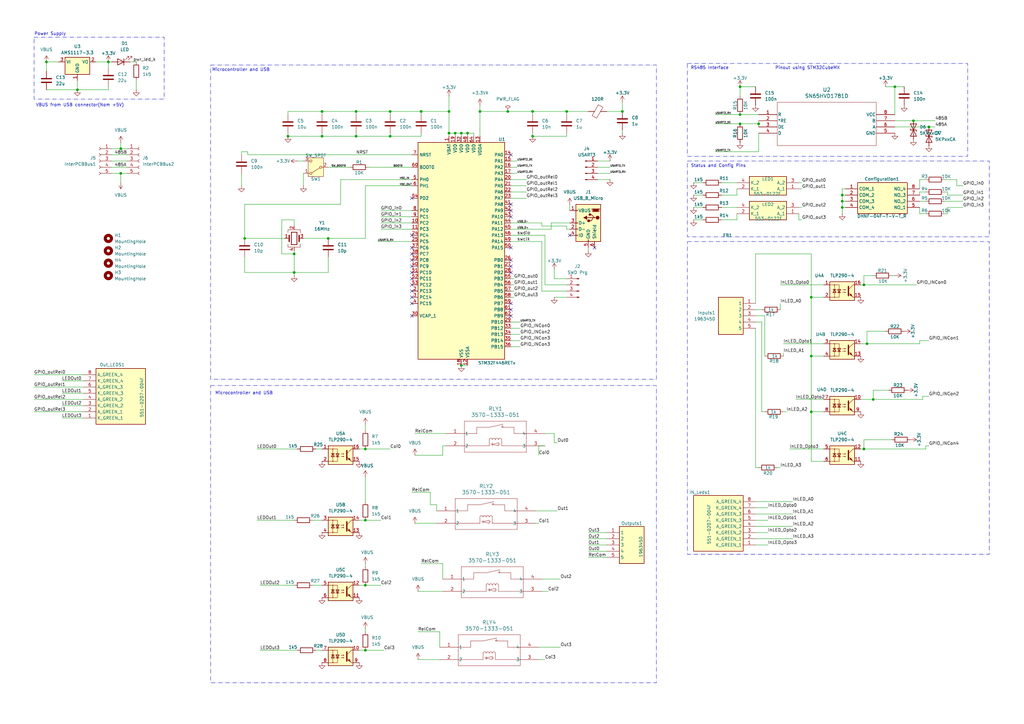
<source format=kicad_sch>
(kicad_sch (version 20250114) (generator "eeschema") (generator_version "9.0")
  (paper "A3")
  (title_block (title "CapiNetIO Prototype") (date "2025-12-23") (rev "0.1"))
  (rectangle (start 13.97 15.24) (end 67.31 40.64) (stroke (width 0) (type dash_dot)))
  (rectangle (start 86.36 26.67) (end 269.24 155.575) (stroke (width 0) (type dash_dot)))
  (rectangle (start 281.94 26.035) (end 396.875 64.135) (stroke (width 0) (type dash_dot)))
  (rectangle (start 86.36 158.115) (end 269.24 280.035) (stroke (width 0) (type dash_dot)))
  (rectangle (start 281.94 66.04) (end 405.765 97.155) (stroke (width 0) (type dash_dot)))
  (rectangle (start 281.94 99.06) (end 405.765 227.33) (stroke (width 0) (type dash_dot)))
  (text "Microcontroller and USB" (at 98.806 28.702 0) (effects (font (size 1.27 1.27))))
  (text "Power Supply" (at 20.574 13.97 0) (effects (font (size 1.27 1.27))))
  (text "VBUS from USB connector(Nom +5V) " (at 33.274 43.18 0) (effects (font (size 1.27 1.27))))
  (text "Pinout using STM32CubeMX" (at 331.216 27.94 0) (effects (font (size 1.27 1.27))))
  (text "Status and Config Pins" (at 294.64 68.072 0) (effects (font (size 1.27 1.27))))
  (text "Microcontroller and USB" (at 100.076 161.29 0) (effects (font (size 1.27 1.27))))
  (text "RS485 Interface" (at 291.084 27.94 0) (effects (font (size 1.27 1.27))))
  (junction (at 374.65 49.53))
  (junction (at 160.02 55.88))
  (junction (at 149.86 266.7))
  (junction (at 303.53 50.8))
  (junction (at 355.6 140.97))
  (junction (at 218.44 45.72))
  (junction (at 358.14 163.83))
  (junction (at 120.65 104.14))
  (junction (at 172.72 45.72))
  (junction (at 367.03 35.56))
  (junction (at 149.86 240.03))
  (junction (at 311.15 50.8))
  (junction (at 255.27 45.72))
  (junction (at 44.45 25.4))
  (junction (at 303.53 35.56))
  (junction (at 146.05 45.72))
  (junction (at 345.44 80.01))
  (junction (at 354.33 184.15))
  (junction (at 132.08 45.72))
  (junction (at 345.44 82.55))
  (junction (at 232.41 45.72))
  (junction (at 354.33 116.84))
  (junction (at 208.28 45.72))
  (junction (at 189.23 149.86))
  (junction (at 132.08 55.88))
  (junction (at 19.05 25.4))
  (junction (at 184.15 45.72))
  (junction (at 49.53 60.96))
  (junction (at 218.44 55.88))
  (junction (at 149.86 184.15))
  (junction (at 184.15 54.61))
  (junction (at 134.62 97.79))
  (junction (at 332.74 146.05))
  (junction (at 120.65 111.76))
  (junction (at 345.44 85.09))
  (junction (at 160.02 45.72))
  (junction (at 303.53 46.99))
  (junction (at 332.74 121.92))
  (junction (at 149.86 213.36))
  (junction (at 332.74 168.91))
  (junction (at 189.23 54.61))
  (junction (at 196.85 45.72))
  (junction (at 100.33 97.79))
  (junction (at 31.75 36.83))
  (junction (at 186.69 54.61))
  (junction (at 49.53 71.12))
  (junction (at 146.05 55.88))
  (junction (at 118.11 55.88))
  (junction (at 191.77 54.61))
  (junction (at 381 52.07))
  (no_connect (at 209.55 127))
  (no_connect (at 209.55 86.36))
  (no_connect (at 168.91 96.52))
  (no_connect (at 168.91 116.84))
  (no_connect (at 233.68 96.52))
  (no_connect (at 168.91 114.3))
  (no_connect (at 168.91 101.6))
  (no_connect (at 209.55 129.54))
  (no_connect (at 168.91 109.22))
  (no_connect (at 168.91 129.54))
  (no_connect (at 168.91 111.76))
  (no_connect (at 209.55 111.76))
  (no_connect (at 168.91 119.38))
  (no_connect (at 209.55 63.5))
  (no_connect (at 209.55 101.6))
  (no_connect (at 209.55 106.68))
  (no_connect (at 168.91 104.14))
  (no_connect (at 209.55 83.82))
  (no_connect (at 168.91 121.92))
  (no_connect (at 209.55 88.9))
  (no_connect (at 209.55 124.46))
  (no_connect (at 168.91 81.28))
  (no_connect (at 168.91 106.68))
  (no_connect (at 209.55 109.22))
  (no_connect (at 168.91 124.46))
  (no_connect (at 243.84 101.6))
  (wire (pts (xy 24.13 25.4) (xy 19.05 25.4)))
  (wire (pts (xy 120.65 111.76) (xy 120.65 113.03)))
  (wire (pts (xy 388.62 80.01) (xy 394.97 80.01)))
  (wire (pts (xy 309.88 205.74) (xy 325.12 205.74)))
  (wire (pts (xy 19.05 36.83) (xy 31.75 36.83)))
  (wire (pts (xy 171.45 259.08) (xy 180.34 259.08)))
  (wire (pts (xy 388.62 87.63) (xy 388.62 85.09)))
  (wire (pts (xy 45.72 68.58) (xy 52.07 68.58)))
  (wire (pts (xy 379.73 182.88) (xy 379.73 184.15)))
  (wire (pts (xy 196.85 43.18) (xy 196.85 45.72)))
  (wire (pts (xy 100.33 83.82) (xy 100.33 97.79)))
  (wire (pts (xy 309.88 104.14) (xy 309.88 124.46)))
  (wire (pts (xy 53.34 25.4) (xy 55.88 25.4)))
  (wire (pts (xy 321.31 144.78) (xy 321.31 146.05)))
  (wire (pts (xy 101.6 63.5) (xy 168.91 63.5)))
  (wire (pts (xy 115.57 90.17) (xy 115.57 104.14)))
  (wire (pts (xy 105.41 184.15) (xy 121.92 184.15)))
  (wire (pts (xy 233.68 83.82) (xy 233.68 86.36)))
  (wire (pts (xy 25.4 171.45) (xy 34.29 171.45)))
  (wire (pts (xy 309.88 223.52) (xy 314.96 223.52)))
  (wire (pts (xy 367.03 52.07) (xy 381 52.07)))
  (wire (pts (xy 222.25 99.06) (xy 222.25 119.38)))
  (wire (pts (xy 218.44 55.88) (xy 232.41 55.88)))
  (wire (pts (xy 309.88 134.62) (xy 309.88 191.77)))
  (wire (pts (xy 255.27 45.72) (xy 248.92 45.72)))
  (wire (pts (xy 115.57 104.14) (xy 120.65 104.14)))
  (wire (pts (xy 219.71 209.55) (xy 228.6 209.55)))
  (wire (pts (xy 309.88 208.28) (xy 314.96 208.28)))
  (wire (pts (xy 295.91 85.09) (xy 302.26 85.09)))
  (wire (pts (xy 49.53 58.42) (xy 49.53 60.96)))
  (wire (pts (xy 233.68 93.98) (xy 232.41 93.98)))
  (wire (pts (xy 149.86 213.36) (xy 156.21 213.36)))
  (wire (pts (xy 156.21 93.98) (xy 168.91 93.98)))
  (wire (pts (xy 332.74 168.91) (xy 332.74 146.05)))
  (wire (pts (xy 332.74 189.23) (xy 332.74 168.91)))
  (wire (pts (xy 220.98 265.43) (xy 229.87 265.43)))
  (wire (pts (xy 311.15 54.61) (xy 311.15 62.23)))
  (wire (pts (xy 220.98 270.51) (xy 223.52 270.51)))
  (wire (pts (xy 209.55 73.66) (xy 215.9 73.66)))
  (wire (pts (xy 139.7 83.82) (xy 100.33 83.82)))
  (wire (pts (xy 232.41 55.88) (xy 232.41 54.61)))
  (wire (pts (xy 309.88 191.77) (xy 311.15 191.77)))
  (wire (pts (xy 134.62 111.76) (xy 120.65 111.76)))
  (wire (pts (xy 149.86 76.2) (xy 168.91 76.2)))
  (wire (pts (xy 355.6 140.97) (xy 377.19 140.97)))
  (wire (pts (xy 327.66 85.09) (xy 328.93 85.09)))
  (wire (pts (xy 149.86 266.7) (xy 157.48 266.7)))
  (wire (pts (xy 100.33 97.79) (xy 116.84 97.79)))
  (wire (pts (xy 303.53 46.99) (xy 311.15 46.99)))
  (wire (pts (xy 309.88 210.82) (xy 325.12 210.82)))
  (wire (pts (xy 120.65 90.17) (xy 115.57 90.17)))
  (wire (pts (xy 118.11 45.72) (xy 118.11 46.99)))
  (wire (pts (xy 149.86 184.15) (xy 160.02 184.15)))
  (wire (pts (xy 191.77 54.61) (xy 191.77 55.88)))
  (wire (pts (xy 227.33 121.92) (xy 232.41 121.92)))
  (wire (pts (xy 303.53 50.8) (xy 311.15 50.8)))
  (wire (pts (xy 132.08 46.99) (xy 132.08 45.72)))
  (wire (pts (xy 255.27 41.91) (xy 255.27 45.72)))
  (wire (pts (xy 309.88 104.14) (xy 332.74 104.14)))
  (wire (pts (xy 160.02 45.72) (xy 172.72 45.72)))
  (wire (pts (xy 45.72 25.4) (xy 44.45 25.4)))
  (wire (pts (xy 223.52 116.84) (xy 232.41 116.84)))
  (wire (pts (xy 151.13 68.58) (xy 168.91 68.58)))
  (wire (pts (xy 156.21 88.9) (xy 168.91 88.9)))
  (wire (pts (xy 99.06 62.23) (xy 99.06 63.5)))
  (wire (pts (xy 309.88 132.08) (xy 312.42 132.08)))
  (wire (pts (xy 223.52 182.88) (xy 220.98 182.88)))
  (wire (pts (xy 181.61 231.14) (xy 181.61 237.49)))
  (wire (pts (xy 321.31 140.97) (xy 337.82 140.97)))
  (wire (pts (xy 160.02 55.88) (xy 160.02 54.61)))
  (wire (pts (xy 320.04 116.84) (xy 337.82 116.84)))
  (wire (pts (xy 134.62 68.58) (xy 143.51 68.58)))
  (wire (pts (xy 149.86 231.14) (xy 149.86 232.41)))
  (wire (pts (xy 129.54 266.7) (xy 132.08 266.7)))
  (wire (pts (xy 209.55 78.74) (xy 215.9 78.74)))
  (wire (pts (xy 170.18 214.63) (xy 179.07 214.63)))
  (wire (pts (xy 322.58 168.91) (xy 321.31 168.91)))
  (wire (pts (xy 189.23 54.61) (xy 189.23 55.88)))
  (wire (pts (xy 295.91 80.01) (xy 302.26 80.01)))
  (wire (pts (xy 295.91 74.93) (xy 302.26 74.93)))
  (wire (pts (xy 377.19 82.55) (xy 379.73 82.55)))
  (wire (pts (xy 377.19 78.74) (xy 377.19 80.01)))
  (wire (pts (xy 320.04 124.46) (xy 320.04 127)))
  (wire (pts (xy 209.55 134.62) (xy 213.36 134.62)))
  (wire (pts (xy 327.66 87.63) (xy 327.66 90.17)))
  (wire (pts (xy 149.86 195.58) (xy 149.86 205.74)))
  (wire (pts (xy 379.73 182.88) (xy 381 182.88)))
  (wire (pts (xy 176.53 207.01) (xy 176.53 201.93)))
  (wire (pts (xy 355.6 135.89) (xy 355.6 140.97)))
  (wire (pts (xy 101.6 62.23) (xy 101.6 63.5)))
  (wire (pts (xy 303.53 35.56) (xy 309.88 35.56)))
  (wire (pts (xy 184.15 45.72) (xy 184.15 54.61)))
  (wire (pts (xy 353.06 184.15) (xy 354.33 184.15)))
  (wire (pts (xy 255.27 54.61) (xy 255.27 53.34)))
  (wire (pts (xy 147.32 184.15) (xy 149.86 184.15)))
  (wire (pts (xy 227.33 181.61) (xy 228.6 181.61)))
  (wire (pts (xy 378.46 162.56) (xy 378.46 163.83)))
  (wire (pts (xy 149.86 257.81) (xy 149.86 259.08)))
  (wire (pts (xy 332.74 104.14) (xy 332.74 121.92)))
  (wire (pts (xy 332.74 121.92) (xy 332.74 146.05)))
  (wire (pts (xy 156.21 86.36) (xy 168.91 86.36)))
  (wire (pts (xy 189.23 54.61) (xy 191.77 54.61)))
  (wire (pts (xy 363.22 35.56) (xy 367.03 35.56)))
  (wire (pts (xy 222.25 119.38) (xy 232.41 119.38)))
  (wire (pts (xy 186.69 55.88) (xy 186.69 54.61)))
  (wire (pts (xy 147.32 266.7) (xy 149.86 266.7)))
  (wire (pts (xy 302.26 87.63) (xy 302.26 90.17)))
  (wire (pts (xy 176.53 207.01) (xy 179.07 207.01)))
  (wire (pts (xy 209.55 76.2) (xy 215.9 76.2)))
  (wire (pts (xy 327.66 74.93) (xy 328.93 74.93)))
  (wire (pts (xy 232.41 46.99) (xy 232.41 45.72)))
  (wire (pts (xy 354.33 180.34) (xy 354.33 184.15)))
  (wire (pts (xy 149.86 97.79) (xy 149.86 76.2)))
  (wire (pts (xy 209.55 91.44) (xy 222.25 91.44)))
  (wire (pts (xy 191.77 54.61) (xy 194.31 54.61)))
  (wire (pts (xy 13.97 168.91) (xy 34.29 168.91)))
  (wire (pts (xy 327.66 77.47) (xy 328.93 77.47)))
  (wire (pts (xy 353.06 116.84) (xy 354.33 116.84)))
  (wire (pts (xy 184.15 54.61) (xy 184.15 55.88)))
  (wire (pts (xy 387.35 78.74) (xy 388.62 78.74)))
  (wire (pts (xy 332.74 189.23) (xy 337.82 189.23)))
  (wire (pts (xy 31.75 36.83) (xy 44.45 36.83)))
  (wire (pts (xy 160.02 55.88) (xy 172.72 55.88)))
  (wire (pts (xy 358.14 160.02) (xy 358.14 163.83)))
  (wire (pts (xy 250.19 66.04) (xy 245.11 66.04)))
  (wire (pts (xy 134.62 97.79) (xy 149.86 97.79)))
  (wire (pts (xy 388.62 85.09) (xy 394.97 85.09)))
  (wire (pts (xy 232.41 45.72) (xy 241.3 45.72)))
  (wire (pts (xy 184.15 54.61) (xy 186.69 54.61)))
  (wire (pts (xy 156.21 91.44) (xy 168.91 91.44)))
  (wire (pts (xy 295.91 90.17) (xy 302.26 90.17)))
  (wire (pts (xy 312.42 132.08) (xy 312.42 168.91)))
  (wire (pts (xy 332.74 121.92) (xy 337.82 121.92)))
  (wire (pts (xy 172.72 54.61) (xy 172.72 55.88)))
  (wire (pts (xy 149.86 173.99) (xy 149.86 176.53)))
  (wire (pts (xy 139.7 73.66) (xy 139.7 83.82)))
  (wire (pts (xy 323.85 184.15) (xy 337.82 184.15)))
  (wire (pts (xy 309.88 129.54) (xy 313.69 129.54)))
  (wire (pts (xy 293.37 50.8) (xy 303.53 50.8)))
  (wire (pts (xy 226.06 93.98) (xy 226.06 91.44)))
  (wire (pts (xy 332.74 168.91) (xy 337.82 168.91)))
  (wire (pts (xy 168.91 201.93) (xy 176.53 201.93)))
  (wire (pts (xy 180.34 265.43) (xy 180.34 259.08)))
  (wire (pts (xy 326.39 163.83) (xy 337.82 163.83)))
  (wire (pts (xy 49.53 74.93) (xy 49.53 71.12)))
  (wire (pts (xy 377.19 87.63) (xy 379.73 87.63)))
  (wire (pts (xy 223.52 177.8) (xy 227.33 177.8)))
  (wire (pts (xy 226.06 91.44) (xy 233.68 91.44)))
  (wire (pts (xy 345.44 85.09) (xy 345.44 87.63)))
  (wire (pts (xy 147.32 240.03) (xy 149.86 240.03)))
  (wire (pts (xy 209.55 68.58) (xy 212.09 68.58)))
  (wire (pts (xy 186.69 54.61) (xy 189.23 54.61)))
  (wire (pts (xy 345.44 77.47) (xy 345.44 80.01)))
  (wire (pts (xy 358.14 163.83) (xy 378.46 163.83)))
  (wire (pts (xy 146.05 46.99) (xy 146.05 45.72)))
  (wire (pts (xy 320.04 191.77) (xy 318.77 191.77)))
  (wire (pts (xy 44.45 36.83) (xy 44.45 35.56)))
  (wire (pts (xy 45.72 60.96) (xy 49.53 60.96)))
  (wire (pts (xy 100.33 111.76) (xy 100.33 105.41)))
  (wire (pts (xy 358.14 113.03) (xy 354.33 113.03)))
  (wire (pts (xy 209.55 81.28) (xy 215.9 81.28)))
  (wire (pts (xy 218.44 45.72) (xy 208.28 45.72)))
  (wire (pts (xy 387.35 73.66) (xy 392.43 73.66)))
  (wire (pts (xy 309.88 215.9) (xy 325.12 215.9)))
  (wire (pts (xy 227.33 110.49) (xy 227.33 114.3)))
  (wire (pts (xy 332.74 146.05) (xy 337.82 146.05)))
  (wire (pts (xy 171.45 242.57) (xy 181.61 242.57)))
  (wire (pts (xy 194.31 55.88) (xy 194.31 54.61)))
  (wire (pts (xy 120.65 92.71) (xy 120.65 90.17)))
  (wire (pts (xy 250.19 68.58) (xy 245.11 68.58)))
  (wire (pts (xy 25.4 166.37) (xy 34.29 166.37)))
  (wire (pts (xy 25.4 156.21) (xy 34.29 156.21)))
  (wire (pts (xy 387.35 87.63) (xy 388.62 87.63)))
  (wire (pts (xy 34.29 153.67) (xy 13.97 153.67)))
  (wire (pts (xy 181.61 182.88) (xy 181.61 186.69)))
  (wire (pts (xy 309.88 127) (xy 312.42 127)))
  (wire (pts (xy 147.32 213.36) (xy 149.86 213.36)))
  (wire (pts (xy 218.44 45.72) (xy 218.44 46.99)))
  (wire (pts (xy 132.08 54.61) (xy 132.08 55.88)))
  (wire (pts (xy 241.3 102.87) (xy 241.3 101.6)))
  (wire (pts (xy 309.88 213.36) (xy 314.96 213.36)))
  (wire (pts (xy 106.68 266.7) (xy 121.92 266.7)))
  (wire (pts (xy 134.62 105.41) (xy 134.62 111.76)))
  (wire (pts (xy 209.55 137.16) (xy 213.36 137.16)))
  (wire (pts (xy 309.88 220.98) (xy 325.12 220.98)))
  (wire (pts (xy 146.05 55.88) (xy 146.05 54.61)))
  (wire (pts (xy 218.44 55.88) (xy 218.44 54.61)))
  (wire (pts (xy 353.06 163.83) (xy 358.14 163.83)))
  (wire (pts (xy 222.25 237.49) (xy 229.87 237.49)))
  (wire (pts (xy 209.55 71.12) (xy 212.09 71.12)))
  (wire (pts (xy 353.06 140.97) (xy 355.6 140.97)))
  (wire (pts (xy 354.33 184.15) (xy 379.73 184.15)))
  (wire (pts (xy 364.49 160.02) (xy 358.14 160.02)))
  (wire (pts (xy 377.19 139.7) (xy 381 139.7)))
  (wire (pts (xy 120.65 102.87) (xy 120.65 104.14)))
  (wire (pts (xy 293.37 62.23) (xy 311.15 62.23)))
  (wire (pts (xy 223.52 96.52) (xy 223.52 116.84)))
  (wire (pts (xy 25.4 161.29) (xy 34.29 161.29)))
  (wire (pts (xy 227.33 114.3) (xy 232.41 114.3)))
  (wire (pts (xy 209.55 114.3) (xy 210.82 114.3)))
  (wire (pts (xy 124.46 71.12) (xy 124.46 76.2)))
  (wire (pts (xy 99.06 62.23) (xy 101.6 62.23)))
  (wire (pts (xy 172.72 46.99) (xy 172.72 45.72)))
  (wire (pts (xy 179.07 207.01) (xy 179.07 209.55)))
  (wire (pts (xy 222.25 92.71) (xy 232.41 92.71)))
  (wire (pts (xy 209.55 96.52) (xy 223.52 96.52)))
  (wire (pts (xy 31.75 33.02) (xy 31.75 36.83)))
  (wire (pts (xy 55.88 36.83) (xy 55.88 33.02)))
  (wire (pts (xy 49.53 71.12) (xy 52.07 71.12)))
  (wire (pts (xy 139.7 73.66) (xy 168.91 73.66)))
  (wire (pts (xy 345.44 82.55) (xy 345.44 80.01)))
  (wire (pts (xy 345.44 85.09) (xy 346.71 85.09)))
  (wire (pts (xy 128.27 213.36) (xy 132.08 213.36)))
  (wire (pts (xy 377.19 73.66) (xy 377.19 77.47)))
  (wire (pts (xy 106.68 240.03) (xy 120.65 240.03)))
  (wire (pts (xy 381 52.07) (xy 383.54 52.07)))
  (wire (pts (xy 154.94 99.06) (xy 168.91 99.06)))
  (wire (pts (xy 222.25 91.44) (xy 222.25 92.71)))
  (wire (pts (xy 120.65 104.14) (xy 120.65 111.76)))
  (wire (pts (xy 367.03 35.56) (xy 370.84 35.56)))
  (wire (pts (xy 293.37 46.99) (xy 303.53 46.99)))
  (wire (pts (xy 209.55 139.7) (xy 213.36 139.7)))
  (wire (pts (xy 209.55 142.24) (xy 213.36 142.24)))
  (wire (pts (xy 311.15 50.8) (xy 311.15 52.07)))
  (wire (pts (xy 146.05 55.88) (xy 160.02 55.88)))
  (wire (pts (xy 346.71 82.55) (xy 345.44 82.55)))
  (wire (pts (xy 377.19 78.74) (xy 379.73 78.74)))
  (wire (pts (xy 196.85 45.72) (xy 196.85 55.88)))
  (wire (pts (xy 34.29 158.75) (xy 13.97 158.75)))
  (wire (pts (xy 367.03 49.53) (xy 374.65 49.53)))
  (wire (pts (xy 377.19 87.63) (xy 377.19 85.09)))
  (wire (pts (xy 146.05 45.72) (xy 160.02 45.72)))
  (wire (pts (xy 311.15 49.53) (xy 311.15 50.8)))
  (wire (pts (xy 241.3 223.52) (xy 248.92 223.52)))
  (wire (pts (xy 302.26 77.47) (xy 302.26 80.01)))
  (wire (pts (xy 377.19 139.7) (xy 377.19 140.97)))
  (wire (pts (xy 172.72 231.14) (xy 181.61 231.14)))
  (wire (pts (xy 191.77 149.86) (xy 189.23 149.86)))
  (wire (pts (xy 209.55 116.84) (xy 210.82 116.84)))
  (wire (pts (xy 128.27 240.03) (xy 132.08 240.03)))
  (wire (pts (xy 374.65 49.53) (xy 383.54 49.53)))
  (wire (pts (xy 284.48 90.17) (xy 288.29 90.17)))
  (wire (pts (xy 121.92 66.04) (xy 124.46 66.04)))
  (wire (pts (xy 170.18 177.8) (xy 182.88 177.8)))
  (wire (pts (xy 209.55 119.38) (xy 210.82 119.38)))
  (wire (pts (xy 284.48 74.93) (xy 288.29 74.93)))
  (wire (pts (xy 13.97 163.83) (xy 34.29 163.83)))
  (wire (pts (xy 232.41 92.71) (xy 232.41 93.98)))
  (wire (pts (xy 250.19 73.66) (xy 245.11 73.66)))
  (wire (pts (xy 105.41 213.36) (xy 120.65 213.36)))
  (wire (pts (xy 250.19 71.12) (xy 245.11 71.12)))
  (wire (pts (xy 241.3 228.6) (xy 248.92 228.6)))
  (wire (pts (xy 365.76 180.34) (xy 354.33 180.34)))
  (wire (pts (xy 354.33 113.03) (xy 354.33 116.84)))
  (wire (pts (xy 377.19 73.66) (xy 379.73 73.66)))
  (wire (pts (xy 45.72 66.04) (xy 52.07 66.04)))
  (wire (pts (xy 241.3 226.06) (xy 248.92 226.06)))
  (wire (pts (xy 132.08 45.72) (xy 146.05 45.72)))
  (wire (pts (xy 19.05 25.4) (xy 19.05 29.21)))
  (wire (pts (xy 345.44 77.47) (xy 346.71 77.47)))
  (wire (pts (xy 241.3 218.44) (xy 248.92 218.44)))
  (wire (pts (xy 388.62 78.74) (xy 388.62 80.01)))
  (wire (pts (xy 354.33 116.84) (xy 375.92 116.84)))
  (wire (pts (xy 284.48 85.09) (xy 288.29 85.09)))
  (wire (pts (xy 312.42 168.91) (xy 313.69 168.91)))
  (wire (pts (xy 220.98 182.88) (xy 220.98 186.69)))
  (wire (pts (xy 392.43 76.2) (xy 394.97 76.2)))
  (wire (pts (xy 241.3 220.98) (xy 248.92 220.98)))
  (wire (pts (xy 132.08 55.88) (xy 146.05 55.88)))
  (wire (pts (xy 208.28 45.72) (xy 196.85 45.72)))
  (wire (pts (xy 118.11 54.61) (xy 118.11 55.88)))
  (wire (pts (xy 100.33 111.76) (xy 120.65 111.76)))
  (wire (pts (xy 218.44 45.72) (xy 232.41 45.72)))
  (wire (pts (xy 45.72 63.5) (xy 52.07 63.5)))
  (wire (pts (xy 222.25 242.57) (xy 224.79 242.57)))
  (wire (pts (xy 160.02 46.99) (xy 160.02 45.72)))
  (wire (pts (xy 184.15 39.37) (xy 184.15 45.72)))
  (wire (pts (xy 149.86 240.03) (xy 156.21 240.03)))
  (wire (pts (xy 118.11 45.72) (xy 132.08 45.72)))
  (wire (pts (xy 181.61 182.88) (xy 182.88 182.88)))
  (wire (pts (xy 209.55 132.08) (xy 213.36 132.08)))
  (wire (pts (xy 367.03 113.03) (xy 365.76 113.03)))
  (wire (pts (xy 49.53 60.96) (xy 52.07 60.96)))
  (wire (pts (xy 39.37 25.4) (xy 44.45 25.4)))
  (wire (pts (xy 209.55 99.06) (xy 222.25 99.06)))
  (wire (pts (xy 378.46 162.56) (xy 381 162.56)))
  (wire (pts (xy 118.11 55.88) (xy 132.08 55.88)))
  (wire (pts (xy 227.33 177.8) (xy 227.33 181.61)))
  (wire (pts (xy 44.45 25.4) (xy 44.45 27.94)))
  (wire (pts (xy 345.44 80.01) (xy 346.71 80.01)))
  (wire (pts (xy 345.44 85.09) (xy 345.44 82.55)))
  (wire (pts (xy 171.45 270.51) (xy 180.34 270.51)))
  (wire (pts (xy 387.35 82.55) (xy 394.97 82.55)))
  (wire (pts (xy 45.72 71.12) (xy 49.53 71.12)))
  (wire (pts (xy 209.55 121.92) (xy 210.82 121.92)))
  (wire (pts (xy 392.43 73.66) (xy 392.43 76.2)))
  (wire (pts (xy 209.55 66.04) (xy 212.09 66.04)))
  (wire (pts (xy 367.03 46.99) (xy 367.03 35.56)))
  (wire (pts (xy 219.71 214.63) (xy 220.98 214.63)))
  (wire (pts (xy 99.06 71.12) (xy 99.06 76.2)))
  (wire (pts (xy 303.53 35.56) (xy 303.53 39.37)))
  (wire (pts (xy 309.88 218.44) (xy 314.96 218.44)))
  (wire (pts (xy 181.61 186.69) (xy 170.18 186.69)))
  (wire (pts (xy 172.72 45.72) (xy 184.15 45.72)))
  (wire (pts (xy 327.66 90.17) (xy 328.93 90.17)))
  (wire (pts (xy 284.48 80.01) (xy 288.29 80.01)))
  (wire (pts (xy 313.69 129.54) (xy 313.69 146.05)))
  (wire (pts (xy 129.54 184.15) (xy 132.08 184.15)))
  (wire (pts (xy 209.55 93.98) (xy 226.06 93.98)))
  (wire (pts (xy 124.46 97.79) (xy 134.62 97.79)))
  (wire (pts (xy 363.22 135.89) (xy 355.6 135.89)))
  (label "USART3_TX" (at 213.36 132.08 0) (effects (font (size 0.762 0.762))))
  (label "GPIO_outRel2" (at 215.9 78.74 0))
  (label "USART2_TX" (at 293.37 62.23 0) (effects (font (size 0.762 0.762))))
  (label "GPIO_INCon4" (at 381 182.88 0))
  (label "InLED_A0" (at 325.12 205.74 0))
  (label "InLED_A1" (at 321.31 144.78 0))
  (label "Coi2" (at 156.21 240.03 0))
  (label "Coi3" (at 157.48 266.7 0))
  (label "LEDOut2" (at 106.68 240.03 0))
  (label "InLED_Opto0" (at 314.96 208.28 0))
  (label "LEDOut1" (at 105.41 213.36 0))
  (label "Out1" (at 241.3 223.52 0))
  (label "GPIO_out1" (at 210.82 116.84 0))
  (label "GPIO_outRel0" (at 215.9 73.66 0))
  (label "swdio" (at 212.09 96.52 0))
  (label "swclk" (at 212.09 99.06 0))
  (label "GPIO_INCon0" (at 375.92 116.84 0))
  (label "InLED_A3" (at 320.04 191.77 0))
  (label "USART3_TX" (at 250.19 68.58 0) (effects (font (size 0.762 0.762))))
  (label "GPIO_outRel3" (at 215.9 81.28 0))
  (label "485B" (at 383.54 49.53 0))
  (label "InLED_Opto3" (at 323.85 184.15 0))
  (label "InLED_Opto0" (at 320.04 116.84 0))
  (label "Out3" (at 241.3 218.44 0))
  (label "InLED_Opto2" (at 326.39 163.83 0))
  (label "Coi1" (at 220.98 214.63 0))
  (label "USART2_RX" (at 293.37 46.99 0) (effects (font (size 0.762 0.762))))
  (label "RelCom" (at 241.3 228.6 0))
  (label "GPIO_out3" (at 210.82 121.92 0))
  (label "InLED_Opto1" (at 314.96 213.36 0))
  (label "Out2" (at 241.3 220.98 0))
  (label "LEDOut0" (at 25.4 156.21 0))
  (label "485A" (at 46.99 68.58 0))
  (label "Out0" (at 241.3 226.06 0))
  (label "SW_BOOT0" (at 135.89 68.58 0) (effects (font (size 0.762 0.762))))
  (label "GPIO_out0" (at 210.82 114.3 0))
  (label "NRST" (at 146.05 63.5 0))
  (label "GPIO_INCon1" (at 381 139.7 0))
  (label "GPIO_INCon0" (at 213.36 134.62 0))
  (label "GPIO_INCon3" (at 213.36 139.7 0))
  (label "InLED_Opto2" (at 314.96 218.44 0))
  (label "LEDOut0" (at 105.41 184.15 0))
  (label "InLED_A3" (at 325.12 220.98 0))
  (label "GPIO_out2" (at 210.82 119.38 0))
  (label "USART2_DE" (at 293.37 50.8 0) (effects (font (size 0.762 0.762))))
  (label "InLED_A1" (at 325.12 210.82 0))
  (label "Out3" (at 229.87 265.43 0))
  (label "GPIO_out1" (at 328.93 77.47 0))
  (label "GPIO_out3" (at 328.93 90.17 0))
  (label "USART2_DE" (at 212.09 66.04 0) (effects (font (size 0.762 0.762))))
  (label "GPIO_in0" (at 394.97 76.2 0))
  (label "485A" (at 383.54 52.07 0))
  (label "GPIO_in0" (at 156.21 86.36 0))
  (label "HSE_OUT" (at 163.83 76.2 0) (effects (font (size 0.762 0.762))))
  (label "InLED_Opto1" (at 321.31 140.97 0))
  (label "RelCom" (at 171.45 259.08 0))
  (label "GPIO_outRel0" (at 13.97 153.67 0))
  (label "USART3_RX" (at 250.19 71.12 0) (effects (font (size 0.762 0.762))))
  (label "InLED_A0" (at 320.04 124.46 0))
  (label "GPIO_outRel1" (at 13.97 158.75 0))
  (label "LEDOut3" (at 25.4 171.45 0))
  (label "HSE_IN" (at 163.83 73.66 0) (effects (font (size 0.762 0.762))))
  (label "RelCom" (at 172.72 231.14 0))
  (label "GPIO_in1" (at 156.21 88.9 0))
  (label "Coi0" (at 160.02 184.15 0))
  (label "GPIO_in1" (at 394.97 80.01 0))
  (label "GPIO_in2" (at 156.21 91.44 0))
  (label "RelCom" (at 170.18 177.8 0))
  (label "GPIO_outRel1" (at 215.9 76.2 0))
  (label "GPIO_INCon3" (at 213.36 142.24 0))
  (label "GPIO_out2" (at 328.93 85.09 0))
  (label "GPIO_outRel2" (at 13.97 163.83 0))
  (label "GPIO_in3" (at 156.21 93.98 0))
  (label "Coi2" (at 224.79 242.57 0))
  (label "InLED_A2" (at 325.12 215.9 0))
  (label "USB_D-" (at 212.09 91.44 0) (effects (font (size 0.762 0.762))))
  (label "LEDOut1" (at 25.4 161.29 0))
  (label "Coi3" (at 223.52 270.51 0))
  (label "Out1" (at 228.6 209.55 0))
  (label "GPIO_in2" (at 394.97 82.55 0))
  (label "USB_D+" (at 212.09 93.98 0) (effects (font (size 0.762 0.762))))
  (label "USART3_RX" (at 154.94 99.06 0) (effects (font (size 0.762 0.762))))
  (label "Coi0" (at 220.98 186.69 0))
  (label "GPIO_INCon2" (at 381 162.56 0))
  (label "Coi1" (at 156.21 213.36 0))
  (label "InLED_A2" (at 322.58 168.91 0))
  (label "USART2_TX" (at 212.09 68.58 0) (effects (font (size 0.762 0.762))))
  (label "Out0" (at 228.6 181.61 0))
  (label "GPIO_outRel3" (at 13.97 168.91 0))
  (label "Out2" (at 229.87 237.49 0))
  (label "LEDOut3" (at 106.68 266.7 0))
  (label "RelCom" (at 168.91 201.93 0))
  (label "USART2_RX" (at 212.09 71.12 0) (effects (font (size 0.762 0.762))))
  (label "485B" (at 46.99 63.5 0))
  (label "GPIO_out0" (at 328.93 74.93 0))
  (label "InLED_Opto3" (at 314.96 223.52 0))
  (label "pwr_led_k" (at 54.61 25.4 0))
  (label "GPIO_INCon2" (at 213.36 137.16 0))
  (label "BOOT0" (at 161.29 68.58 0) (effects (font (size 0.762 0.762))))
  (label "GPIO_in3" (at 394.97 85.09 0))
  (label "LEDOut2" (at 25.4 166.37 0))
  (symbol (lib_id "power:GND") (at 284.48 80.01 0) (unit 1) (on_board no)
    (property "Reference" "#PWR025" (effects (hide yes)))
    (property "Value" "GND" (effects (hide yes)))
    (property "Description" "Power symbol creates a global label with name \"GND\" , ground" (effects (hide yes)))
  )
  (symbol (lib_id "Device:LED") (at 49.53 25.4 180) (unit 1)
    (property "Reference" "D1" (at 51.1175 17.78 0))
    (property "Value" "LED" (at 51.1175 20.32 0))
    (property "Footprint" "LED_SMD:LED_0603_1608Metric" (effects (hide yes)))
    (property "Description" "Light emitting diode" (effects (hide yes)))
    (property "Sim.Pins" "1=K 2=A" (effects (hide yes)))
  )
  (symbol (lib_id "Device:R") (at 55.88 29.21 0) (unit 1)
    (property "Reference" "R2" (at 58.42 27.9399 0) (effects (justify left)))
    (property "Value" "1k5" (at 58.42 30.4799 0) (effects (justify left)))
    (property "Footprint" "Resistor_SMD:R_0402_1005Metric" (effects (hide yes)))
    (property "Description" "Resistor" (effects (hide yes)))
  )
  (symbol (lib_id "Device:R") (at 369.57 180.34 90) (unit 1)
    (property "Reference" "R24" (at 368.554 178.054 90))
    (property "Value" "10K" (at 369.062 182.626 90))
    (property "Footprint" "Resistor_SMD:R_0402_1005Metric" (effects (hide yes)))
    (property "Description" "Resistor" (effects (hide yes)))
  )
  (symbol (lib_id "power:GND") (at 353.06 146.05 0) (unit 1) (on_board no)
    (property "Reference" "#PWR061" (effects (hide yes)))
    (property "Value" "GND" (effects (hide yes)))
    (property "Description" "Power symbol creates a global label with name \"GND\" , ground" (effects (hide yes)))
  )
  (symbol (lib_id "Device:C") (at 218.44 50.8 0) (unit 1)
    (property "Reference" "C6" (at 222.25 49.5299 0) (effects (justify left)))
    (property "Value" "10n" (at 222.25 52.0699 0) (effects (justify left)))
    (property "Footprint" "Capacitor_SMD:C_0402_1005Metric" (effects (hide yes)))
    (property "Description" "Unpolarized capacitor" (effects (hide yes)))
  )
  (symbol (lib_id "power:GND") (at 147.32 245.11 0) (unit 1) (on_board no)
    (property "Reference" "#PWR055" (effects (hide yes)))
    (property "Value" "GND" (effects (hide yes)))
    (property "Description" "Power symbol creates a global label with name \"GND\" , ground" (effects (hide yes)))
  )
  (symbol (lib_id "power:GND") (at 284.48 90.17 0) (unit 1) (on_board no)
    (property "Reference" "#PWR027" (effects (hide yes)))
    (property "Value" "GND" (effects (hide yes)))
    (property "Description" "Power symbol creates a global label with name \"GND\" , ground" (effects (hide yes)))
  )
  (symbol (lib_id "power:+3.3VA") (at 196.85 43.18 0) (unit 1)
    (property "Reference" "#PWR04" (effects (hide yes)))
    (property "Value" "+3.3VA" (at 196.85 38.1 0))
    (property "Description" "Power symbol creates a global label with name \"+3.3VA\"" (effects (hide yes)))
  )
  (symbol (lib_id "Device:R") (at 292.1 85.09 90) (unit 1) (on_board no)
    (property "Reference" "R13" (at 296.926 83.312 90))
    (property "Value" "1k5" (at 286.512 83.82 90))
    (property "Description" "Resistor" (effects (hide yes)))
  )
  (symbol (lib_id "Diode:5KPxxCA") (at 374.65 53.34 90) (unit 1)
    (property "Reference" "D6" (at 377.19 52.0699 90) (effects (justify right)))
    (property "Value" "5KPxxCA" (at 377.19 54.6099 90) (effects (justify right)))
    (property "Footprint" "Diode_THT:D_P600_R-6_P20.00mm_Horizontal" (effects (hide yes)))
    (property "Datasheet" "https://diotec.com/tl_files/diotec/files/pdf/datasheets/5kp65.pdf" (effects (hide yes)))
    (property "Description" "5000W bidirectional Transient Voltage Suppressor, P-600" (effects (hide yes)))
  )
  (symbol (lib_id "power:GND") (at 345.44 87.63 0) (unit 1)
    (property "Reference" "#PWR023" (effects (hide yes)))
    (property "Value" "GND" (effects (hide yes)))
    (property "Description" "Power symbol creates a global label with name \"GND\" , ground" (effects (hide yes)))
  )
  (symbol (lib_id "Device:R") (at 317.5 168.91 90) (unit 1) (on_board no)
    (property "Reference" "R19" (at 317.246 170.942 90))
    (property "Value" "1k" (at 317.246 168.91 90))
    (property "Description" "Resistor" (effects (hide yes)))
  )
  (symbol (lib_id "power:VBUS") (at 49.53 58.42 0) (unit 1)
    (property "Reference" "#PWR029" (effects (hide yes)))
    (property "Value" "VBUS" (at 49.53 53.34 0))
    (property "Description" "Power symbol creates a global label with name \"VBUS\"" (effects (hide yes)))
  )
  (symbol (lib_id "3570-1333-051:3570-1333-051") (at 181.61 237.49 0) (unit 1)
    (property "Reference" "RLY3" (at 201.93 227.33 0) (effects (font (size 1.524 1.524))))
    (property "Value" "3570-1333-051" (at 201.93 229.87 0) (effects (font (size 1.524 1.524))))
    (property "Footprint" "3570-1419-054:RELAY4_3570-1333-051_COM" (effects (hide yes)))
    (property "Datasheet" "3570-1333-051" (effects (hide yes)))
  )
  (symbol (lib_id "power:GND") (at 120.65 113.03 0) (unit 1)
    (property "Reference" "#PWR010" (effects (hide yes)))
    (property "Value" "GND" (effects (hide yes)))
    (property "Description" "Power symbol creates a global label with name \"GND\" , ground" (effects (hide yes)))
  )
  (symbol (lib_id "Connector:USB_B_Micro") (at 241.3 91.44 0) (mirror y) (unit 1)
    (property "Reference" "J1" (at 241.3 78.74 0))
    (property "Value" "USB_B_Micro" (at 241.3 81.28 0))
    (property "Footprint" "Connector_USB:USB_Micro-B_Wuerth_629105150521" (effects (hide yes)))
    (property "Description" "USB Micro Type B connector" (effects (hide yes)))
  )
  (symbol (lib_id "power:GND") (at 132.08 271.78 0) (unit 1) (on_board no)
    (property "Reference" "#PWR060" (effects (hide yes)))
    (property "Value" "GND" (effects (hide yes)))
    (property "Description" "Power symbol creates a global label with name \"GND\" , ground" (effects (hide yes)))
  )
  (symbol (lib_id "Device:C") (at 146.05 50.8 0) (unit 1)
    (property "Reference" "C3" (at 149.86 49.5299 0) (effects (justify left)))
    (property "Value" "100n" (at 149.86 52.0699 0) (effects (justify left)))
    (property "Footprint" "Capacitor_SMD:C_01005_0402Metric" (effects (hide yes)))
    (property "Description" "Unpolarized capacitor" (effects (hide yes)))
  )
  (symbol (lib_id "power:+3.3V") (at 44.45 25.4 0) (unit 1)
    (property "Reference" "#PWR017" (effects (hide yes)))
    (property "Value" "+3.3V" (at 44.45 21.844 0))
    (property "Description" "Power symbol creates a global label with name \"+3.3V\"" (effects (hide yes)))
  )
  (symbol (lib_id "Device:C") (at 19.05 33.02 0) (unit 1)
    (property "Reference" "C13" (at 22.86 31.7499 0) (effects (justify left)))
    (property "Value" "22u" (at 22.86 34.2899 0) (effects (justify left)))
    (property "Footprint" "Capacitor_SMD:C_0805_2012Metric" (effects (hide yes)))
    (property "Description" "Unpolarized capacitor" (effects (hide yes)))
  )
  (symbol (lib_id "Mechanical:MountingHole") (at 44.45 113.03 0) (unit 1) (in_bom no)
    (property "Reference" "H3" (at 46.99 111.7599 0) (effects (justify left)))
    (property "Value" "MountingHole" (at 46.99 114.2999 0) (effects (justify left)))
    (property "Footprint" "MountingHole:MountingHole_3.5mm" (effects (hide yes)))
    (property "Description" "Mounting Hole without connection" (effects (hide yes)))
  )
  (symbol (lib_id "power:VBUS") (at 19.05 25.4 0) (unit 1)
    (property "Reference" "#PWR016" (effects (hide yes)))
    (property "Value" "VBUS" (at 19.05 20.32 0))
    (property "Description" "Power symbol creates a global label with name \"VBUS\"" (effects (hide yes)))
  )
  (symbol (lib_id "LED Array 551-0207-004F:551-0207-004F") (at 309.88 205.74 0) (mirror y) (unit 1)
    (property "Reference" "IN_Leds1" (at 291.338 201.93 0) (effects (justify left)))
    (property "Value" "551-0207-004F" (at 290.83 223.266 90) (effects (justify left)))
    (property "Footprint" "LED 551 0207 004F:5510207004F" (effects (hide yes)))
    (property "Description" "Green Right Angle PCB LED Indicator, 4 LEDs, Through Hole 2.1 V" (effects (hide yes)))
    (property "Height" "7.11" (effects (hide yes)))
    (property "Manufacturer_Name" "Dialight" (effects (hide yes)))
    (property "Manufacturer_Part_Number" "551-0207-004F" (effects (hide yes)))
  )
  (symbol (lib_id "Device:C") (at 99.06 67.31 0) (unit 1)
    (property "Reference" "C9" (at 102.87 66.0399 0) (effects (justify left)))
    (property "Value" "100n" (at 102.87 68.5799 0) (effects (justify left)))
    (property "Footprint" "Capacitor_SMD:C_0402_1005Metric" (effects (hide yes)))
    (property "Description" "Unpolarized capacitor" (effects (hide yes)))
  )
  (symbol (lib_id "Device:C") (at 232.41 50.8 0) (unit 1)
    (property "Reference" "C7" (at 236.22 49.5299 0) (effects (justify left)))
    (property "Value" "1u" (at 236.22 52.0699 0) (effects (justify left)))
    (property "Footprint" "Capacitor_SMD:C_0402_1005Metric" (effects (hide yes)))
    (property "Description" "Unpolarized capacitor" (effects (hide yes)))
  )
  (symbol (lib_id "power:VBUS") (at 149.86 195.58 0) (unit 1)
    (property "Reference" "#PWR046" (effects (hide yes)))
    (property "Value" "VBUS" (at 150.622 191.008 0))
    (property "Description" "Power symbol creates a global label with name \"VBUS\"" (effects (hide yes)))
  )
  (symbol (lib_id "power:GND") (at 353.06 121.92 0) (unit 1) (on_board no)
    (property "Reference" "#PWR040" (effects (hide yes)))
    (property "Value" "GND" (effects (hide yes)))
    (property "Description" "Power symbol creates a global label with name \"GND\" , ground" (effects (hide yes)))
  )
  (symbol (lib_id "Device:C") (at 100.33 101.6 0) (unit 1)
    (property "Reference" "C10" (at 104.14 100.3299 0) (effects (justify left)))
    (property "Value" "10p" (at 104.14 102.8699 0) (effects (justify left)))
    (property "Footprint" "Capacitor_SMD:C_01005_0402Metric" (effects (hide yes)))
    (property "Description" "Unpolarized capacitor" (effects (hide yes)))
  )
  (symbol (lib_id "1963450:1963450") (at 309.88 124.46 0) (mirror y) (unit 1)
    (property "Reference" "Inputs1" (at 293.37 128.2699 0) (effects (justify left)))
    (property "Value" "1963450" (at 293.37 130.8099 0) (effects (justify left)))
    (property "Footprint" "1963450:1963450" (effects (hide yes)))
    (property "Datasheet" "http://www.phoenixcontact.com/gb/produkte/1963450" (effects (hide yes)))
    (property "Description" "PCB header, nominal cross section: 0.5 mm?, color: black, nominal current: 4 A, rated voltage (III/2): 160 V, contact surface: Tin, type of contact: Male connector, Number of potentials: 5, Number of rows: 1, Number of positions per row: 5, number of connections: 5, product range: MC 0,5/..-G-THT, pitch: 2.5 mm, mounting: THR soldering, pin layout: Linear pinning, solder pin [P]: 3.8 mm, Stecksystem: MICRO COMBICON - FK-MC 0,5, Locking: without, type of packaging: packed in cardboard, User information and d" (effects (hide yes)))
    (property "Height" "8.25" (effects (hide yes)))
    (property "Manufacturer_Name" "Phoenix Contact" (effects (hide yes)))
    (property "Manufacturer_Part_Number" "1963450" (effects (hide yes)))
    (property "Mouser Part Number" "651-1963450" (effects (hide yes)))
    (property "Mouser Price/Stock" "https://www.mouser.co.uk/ProductDetail/Phoenix-Contact/1963450?qs=CXo1rOUe%2FWsv5NXtXca8bw%3D%3D" (effects (hide yes)))
    (property "Arrow Part Number" "1963450" (effects (hide yes)))
    (property "Arrow Price/Stock" "https://www.arrow.com/en/products/1963450/phoenix-contact?region=nac" (effects (hide yes)))
  )
  (symbol (lib_id "Connector:Conn_01x05_Socket") (at 57.15 66.04 0) (unit 1)
    (property "Reference" "J6" (at 58.42 64.7699 0) (effects (justify left)))
    (property "Value" "InterPCBBus2" (at 58.42 67.3099 0) (effects (justify left)))
    (property "Footprint" "Connector_PinHeader_1.00mm:PinHeader_1x05_P1.00mm_Vertical" (effects (hide yes)))
    (property "Description" "Generic connector, single row, 01x05, script generated" (effects (hide yes)))
  )
  (symbol (lib_id "DipSw_DHNF04F:DHNF-04F-T-V-T_R") (at 346.71 77.47 0) (unit 1)
    (property "Reference" "Configuration1" (at 361.696 73.406 0))
    (property "Value" "DHNF-04F-T-V-T_R" (at 361.696 88.646 0))
    (property "Footprint" "DipSW_DHNF04F:DHNF04FTVTR" (effects (hide yes)))
    (property "Datasheet" "https://componentsearchengine.com//DHNF-04F-T-V-T_R.pdf" (effects (hide yes)))
    (property "Description" "DIP Switches / SIP Switches Half Pitch Dip switch 1.6mm height" (effects (hide yes)))
    (property "Height" "1.65" (effects (hide yes)))
    (property "Mouser Part Number" "113-DHNF04FTVTR" (effects (hide yes)))
    (property "Mouser Price/Stock" "https://www.mouser.com/Search/Refine.aspx?Keyword=113-DHNF04FTVTR" (effects (hide yes)))
    (property "Manufacturer_Name" "Diptronics" (effects (hide yes)))
    (property "Manufacturer_Part_Number" "DHNF-04F-T-V-T/R" (effects (hide yes)))
  )
  (symbol (lib_id "power:GND") (at 227.33 121.92 0) (unit 1)
    (property "Reference" "#PWR014" (effects (hide yes)))
    (property "Value" "GND" (effects (hide yes)))
    (property "Description" "Power symbol creates a global label with name \"GND\" , ground" (effects (hide yes)))
  )
  (symbol (lib_id "power:GND") (at 118.11 55.88 0) (unit 1)
    (property "Reference" "#PWR03" (effects (hide yes)))
    (property "Value" "GND" (effects (hide yes)))
    (property "Description" "Power symbol creates a global label with name \"GND\" , ground" (effects (hide yes)))
  )
  (symbol (lib_id "SN65HVD1781D:SN65HVD1781D") (at 311.15 46.99 0) (unit 1)
    (property "Reference" "U2" (at 339.09 36.83 0) (effects (font (size 1.524 1.524))))
    (property "Value" "SN65HVD1781D" (at 339.09 39.37 0) (effects (font (size 1.524 1.524))))
    (property "Footprint" "SN65HVD1781D:SN65HVD1781D" (effects (hide yes)))
    (property "Datasheet" "https://www.ti.com/lit/gpn/sn65hvd1781" (effects (hide yes)))
  )
  (symbol (lib_id "Device:R") (at 361.95 113.03 90) (unit 1)
    (property "Reference" "R21" (at 361.95 110.998 90))
    (property "Value" "10K" (at 362.204 115.316 90))
    (property "Footprint" "Resistor_SMD:R_0402_1005Metric" (effects (hide yes)))
    (property "Description" "Resistor" (effects (hide yes)))
  )
  (symbol (lib_id "Isolator:TLP290-4") (at 139.7 242.57 0) (unit 3)
    (property "Reference" "U5" (at 139.7 233.68 0))
    (property "Value" "TLP290-4" (at 139.7 236.22 0))
    (property "Footprint" "Package_SO:SOP-16_4.55x10.3mm_P1.27mm" (effects (hide yes)))
    (property "Datasheet" "https://toshiba.semicon-storage.com/info/docget.jsp?did=12855&prodName=TLP290-4" (effects (hide yes)))
    (property "Description" "Quad AC/DC Phototransistor Optocoupler, Vce 80V, CTR 50-600%, SOP16" (effects (hide yes)))
  )
  (symbol (lib_id "Device:C") (at 160.02 50.8 0) (unit 1)
    (property "Reference" "C2" (at 163.83 49.5299 0) (effects (justify left)))
    (property "Value" "100n" (at 163.83 52.0699 0) (effects (justify left)))
    (property "Footprint" "Capacitor_SMD:C_01005_0402Metric" (effects (hide yes)))
    (property "Description" "Unpolarized capacitor" (effects (hide yes)))
  )
  (symbol (lib_id "LED 553-0122F:553-0122F") (at 327.66 74.93 0) (mirror y) (unit 1)
    (property "Reference" "LED1" (at 314.96 73.406 0))
    (property "Value" "553-0122F" (at 314.706 79.502 0))
    (property "Footprint" "LED 553-0122F:5530122F" (effects (hide yes)))
    (property "Datasheet" "https://s3-us-west-2.amazonaws.com/catsy.557/C17277.pdf" (effects (hide yes)))
    (property "Description" "553 Series CBI 3mm 2hx1w G, Cath R" (effects (hide yes)))
    (property "Height" "9.65" (effects (hide yes)))
    (property "Mouser Part Number" "645-553-0122F" (effects (hide yes)))
    (property "Mouser Price/Stock" "https://www.mouser.co.uk/ProductDetail/Dialight/553-0122F?qs=0KZIkTEbAAuchVNYUHfDmw%3D%3D" (effects (hide yes)))
    (property "Manufacturer_Name" "Dialight" (effects (hide yes)))
    (property "Manufacturer_Part_Number" "553-0122F" (effects (hide yes)))
  )
  (symbol (lib_id "power:GND") (at 147.32 189.23 0) (unit 1) (on_board no)
    (property "Reference" "#PWR053" (effects (hide yes)))
    (property "Value" "GND" (effects (hide yes)))
    (property "Description" "Power symbol creates a global label with name \"GND\" , ground" (effects (hide yes)))
  )
  (symbol (lib_id "Device:C") (at 370.84 39.37 0) (unit 1)
    (property "Reference" "C14" (at 374.65 38.0999 0) (effects (justify left)))
    (property "Value" "100n" (at 374.65 40.6399 0) (effects (justify left)))
    (property "Footprint" "Capacitor_SMD:C_01005_0402Metric" (effects (hide yes)))
    (property "Description" "Unpolarized capacitor" (effects (hide yes)))
  )
  (symbol (lib_id "Isolator:TLP290-4") (at 345.44 143.51 0) (unit 2)
    (property "Reference" "U4" (at 336.55 137.16 0))
    (property "Value" "TLP290-4" (at 345.44 137.16 0))
    (property "Footprint" "Package_SO:SOP-16_4.55x10.3mm_P1.27mm" (effects (hide yes)))
    (property "Datasheet" "https://toshiba.semicon-storage.com/info/docget.jsp?did=12855&prodName=TLP290-4" (effects (hide yes)))
    (property "Description" "Quad AC/DC Phototransistor Optocoupler, Vce 80V, CTR 50-600%, SOP16" (effects (hide yes)))
  )
  (symbol (lib_id "power:VBUS") (at 149.86 257.81 0) (unit 1)
    (property "Reference" "#PWR052" (effects (hide yes)))
    (property "Value" "VBUS" (at 150.622 253.238 0))
    (property "Description" "Power symbol creates a global label with name \"VBUS\"" (effects (hide yes)))
  )
  (symbol (lib_id "power:VBUS") (at 149.86 231.14 0) (unit 1)
    (property "Reference" "#PWR051" (effects (hide yes)))
    (property "Value" "VBUS" (at 150.622 226.568 0))
    (property "Description" "Power symbol creates a global label with name \"VBUS\"" (effects (hide yes)))
  )
  (symbol (lib_id "power:GND") (at 147.32 218.44 0) (unit 1) (on_board no)
    (property "Reference" "#PWR054" (effects (hide yes)))
    (property "Value" "GND" (effects (hide yes)))
    (property "Description" "Power symbol creates a global label with name \"GND\" , ground" (effects (hide yes)))
  )
  (symbol (lib_id "power:+3.3V") (at 121.92 66.04 90) (unit 1)
    (property "Reference" "#PWR09" (effects (hide yes)))
    (property "Value" "+3.3V" (at 116.078 66.04 90))
    (property "Description" "Power symbol creates a global label with name \"+3.3V\"" (effects (hide yes)))
  )
  (symbol (lib_id "power:GND") (at 132.08 218.44 0) (unit 1) (on_board no)
    (property "Reference" "#PWR058" (effects (hide yes)))
    (property "Value" "GND" (effects (hide yes)))
    (property "Description" "Power symbol creates a global label with name \"GND\" , ground" (effects (hide yes)))
  )
  (symbol (lib_id "power:VBUS") (at 49.53 74.93 180) (unit 1)
    (property "Reference" "#PWR030" (effects (hide yes)))
    (property "Value" "VBUS" (at 49.53 80.01 0))
    (property "Description" "Power symbol creates a global label with name \"VBUS\"" (effects (hide yes)))
  )
  (symbol (lib_id "Device:C") (at 134.62 101.6 0) (unit 1)
    (property "Reference" "C11" (at 138.43 100.3299 0) (effects (justify left)))
    (property "Value" "10p" (at 138.43 102.8699 0) (effects (justify left)))
    (property "Footprint" "Capacitor_SMD:C_01005_0402Metric" (effects (hide yes)))
    (property "Description" "Unpolarized capacitor" (effects (hide yes)))
  )
  (symbol (lib_id "power:PWR_FLAG") (at 208.28 45.72 0) (unit 1)
    (property "Reference" "#FLG01" (effects (hide yes)))
    (property "Value" "PWR_FLAG" (at 208.28 40.64 0))
    (property "Description" "Special symbol for telling ERC where power comes from" (effects (hide yes)))
  )
  (symbol (lib_id "3570-1333-051:3570-1333-051") (at 179.07 209.55 0) (unit 1)
    (property "Reference" "RLY2" (at 199.39 199.39 0) (effects (font (size 1.524 1.524))))
    (property "Value" "3570-1333-051" (at 199.39 201.93 0) (effects (font (size 1.524 1.524))))
    (property "Footprint" "3570-1419-054:RELAY4_3570-1333-051_COM" (effects (hide yes)))
    (property "Datasheet" "3570-1333-051" (effects (hide yes)))
  )
  (symbol (lib_id "Device:Crystal_GND24") (at 120.65 97.79 0) (unit 1)
    (property "Reference" "Y1" (at 132.08 91.3698 0))
    (property "Value" "16MHz" (at 132.08 93.9098 0))
    (property "Footprint" "Crystal:Crystal_SMD_3225-4Pin_3.2x2.5mm" (effects (hide yes)))
    (property "Description" "Four pin crystal, GND on pins 2 and 4" (effects (hide yes)))
  )
  (symbol (lib_id "Device:R") (at 149.86 262.89 0) (unit 1)
    (property "Reference" "R10" (at 152.4 261.6199 0) (effects (justify left)))
    (property "Value" "1k5" (at 152.4 264.1599 0) (effects (justify left)))
    (property "Footprint" "Resistor_SMD:R_0402_1005Metric" (effects (hide yes)))
    (property "Description" "Resistor" (effects (hide yes)))
  )
  (symbol (lib_id "power:GND") (at 218.44 55.88 0) (unit 1)
    (property "Reference" "#PWR05" (effects (hide yes)))
    (property "Value" "GND" (effects (hide yes)))
    (property "Description" "Power symbol creates a global label with name \"GND\" , ground" (effects (hide yes)))
  )
  (symbol (lib_id "Device:R") (at 383.54 78.74 90) (unit 1) (on_board no)
    (property "Reference" "R4" (at 379.222 77.47 90))
    (property "Value" "10K" (at 388.112 77.47 90))
    (property "Footprint" "Resistor_SMD:R_0402_1005Metric" (effects (hide yes)))
    (property "Description" "Resistor" (effects (hide yes)))
  )
  (symbol (lib_id "power:GND") (at 241.3 102.87 0) (unit 1)
    (property "Reference" "#PWR011" (effects (hide yes)))
    (property "Value" "GND" (effects (hide yes)))
    (property "Description" "Power symbol creates a global label with name \"GND\" , ground" (effects (hide yes)))
  )
  (symbol (lib_id "Device:R") (at 125.73 184.15 90) (unit 1) (on_board no)
    (property "Reference" "R25" (at 130.556 182.372 90))
    (property "Value" "1k5" (at 120.142 182.88 90))
    (property "Description" "Resistor" (effects (hide yes)))
  )
  (symbol (lib_id "Device:R") (at 303.53 43.18 180) (unit 1)
    (property "Reference" "R15" (at 301.498 43.18 90))
    (property "Value" "10K" (at 305.816 43.18 90))
    (property "Footprint" "Resistor_SMD:R_0402_1005Metric" (effects (hide yes)))
    (property "Description" "Resistor" (effects (hide yes)))
  )
  (symbol (lib_id "power:VBUS") (at 170.18 186.69 0) (unit 1)
    (property "Reference" "#PWR047" (effects (hide yes)))
    (property "Value" "VBUS" (at 170.18 181.61 0))
    (property "Description" "Power symbol creates a global label with name \"VBUS\"" (effects (hide yes)))
  )
  (symbol (lib_id "power:+3.3V") (at 227.33 110.49 0) (unit 1)
    (property "Reference" "#PWR013" (effects (hide yes)))
    (property "Value" "+3.3V" (at 227.33 106.934 0))
    (property "Description" "Power symbol creates a global label with name \"+3.3V\"" (effects (hide yes)))
  )
  (symbol (lib_id "LED 553-0122F:553-0122F") (at 327.66 85.09 0) (mirror y) (unit 1)
    (property "Reference" "LED2" (at 314.96 83.82 0))
    (property "Value" "553-0122F" (at 315.214 89.662 0))
    (property "Footprint" "LED 553-0122F:5530122F" (effects (hide yes)))
    (property "Datasheet" "https://s3-us-west-2.amazonaws.com/catsy.557/C17277.pdf" (effects (hide yes)))
    (property "Description" "553 Series CBI 3mm 2hx1w G, Cath R" (effects (hide yes)))
    (property "Height" "9.65" (effects (hide yes)))
    (property "Mouser Part Number" "645-553-0122F" (effects (hide yes)))
    (property "Mouser Price/Stock" "https://www.mouser.co.uk/ProductDetail/Dialight/553-0122F?qs=0KZIkTEbAAuchVNYUHfDmw%3D%3D" (effects (hide yes)))
    (property "Manufacturer_Name" "Dialight" (effects (hide yes)))
    (property "Manufacturer_Part_Number" "553-0122F" (effects (hide yes)))
  )
  (symbol (lib_id "power:GND") (at 284.48 85.09 0) (unit 1) (on_board no)
    (property "Reference" "#PWR026" (effects (hide yes)))
    (property "Value" "GND" (effects (hide yes)))
    (property "Description" "Power symbol creates a global label with name \"GND\" , ground" (effects (hide yes)))
  )
  (symbol (lib_id "power:GND") (at 99.06 76.2 0) (unit 1)
    (property "Reference" "#PWR07" (effects (hide yes)))
    (property "Value" "GND" (effects (hide yes)))
    (property "Description" "Power symbol creates a global label with name \"GND\" , ground" (effects (hide yes)))
  )
  (symbol (lib_id "power:+3.3V") (at 370.84 135.89 270) (unit 1)
    (property "Reference" "#PWR042" (effects (hide yes)))
    (property "Value" "+3.3V" (at 374.396 135.89 0))
    (property "Description" "Power symbol creates a global label with name \"+3.3V\"" (effects (hide yes)))
  )
  (symbol (lib_id "Device:R") (at 149.86 209.55 0) (unit 1)
    (property "Reference" "R8" (at 152.4 208.2799 0) (effects (justify left)))
    (property "Value" "1k5" (at 152.4 210.8199 0) (effects (justify left)))
    (property "Footprint" "Resistor_SMD:R_0402_1005Metric" (effects (hide yes)))
    (property "Description" "Resistor" (effects (hide yes)))
  )
  (symbol (lib_id "3570-1333-051:3570-1333-051") (at 182.88 177.8 0) (unit 1)
    (property "Reference" "RLY1" (at 203.2 167.64 0) (effects (font (size 1.524 1.524))))
    (property "Value" "3570-1333-051" (at 203.2 170.18 0) (effects (font (size 1.524 1.524))))
    (property "Footprint" "3570-1419-054:RELAY4_3570-1333-051_COM" (effects (hide yes)))
    (property "Datasheet" "3570-1333-051" (effects (hide yes)))
  )
  (symbol (lib_id "power:+3.3V") (at 303.53 35.56 0) (unit 1)
    (property "Reference" "#PWR032" (effects (hide yes)))
    (property "Value" "+3.3V" (at 303.53 32.004 0))
    (property "Description" "Power symbol creates a global label with name \"+3.3V\"" (effects (hide yes)))
  )
  (symbol (lib_id "power:GND") (at 132.08 189.23 0) (unit 1) (on_board no)
    (property "Reference" "#PWR057" (effects (hide yes)))
    (property "Value" "GND" (effects (hide yes)))
    (property "Description" "Power symbol creates a global label with name \"GND\" , ground" (effects (hide yes)))
  )
  (symbol (lib_id "Isolator:TLP290-4") (at 345.44 166.37 0) (unit 4)
    (property "Reference" "U4" (at 337.058 159.766 0))
    (property "Value" "TLP290-4" (at 345.44 160.02 0))
    (property "Footprint" "Package_SO:SOP-16_4.55x10.3mm_P1.27mm" (effects (hide yes)))
    (property "Datasheet" "https://toshiba.semicon-storage.com/info/docget.jsp?did=12855&prodName=TLP290-4" (effects (hide yes)))
    (property "Description" "Quad AC/DC Phototransistor Optocoupler, Vce 80V, CTR 50-600%, SOP16" (effects (hide yes)))
  )
  (symbol (lib_id "Isolator:TLP290-4") (at 139.7 269.24 0) (unit 4)
    (property "Reference" "U5" (at 139.7 260.35 0))
    (property "Value" "TLP290-4" (at 139.7 262.89 0))
    (property "Footprint" "Package_SO:SOP-16_4.55x10.3mm_P1.27mm" (effects (hide yes)))
    (property "Datasheet" "https://toshiba.semicon-storage.com/info/docget.jsp?did=12855&prodName=TLP290-4" (effects (hide yes)))
    (property "Description" "Quad AC/DC Phototransistor Optocoupler, Vce 80V, CTR 50-600%, SOP16" (effects (hide yes)))
  )
  (symbol (lib_id "Regulator_Linear:AMS1117-3.3") (at 31.75 25.4 0) (unit 1)
    (property "Reference" "U3" (at 31.75 19.05 0))
    (property "Value" "AMS1117-3.3" (at 31.75 21.59 0))
    (property "Footprint" "Package_TO_SOT_SMD:SOT-223-3_TabPin2" (effects (hide yes)))
    (property "Datasheet" "http://www.advanced-monolithic.com/pdf/ds1117.pdf" (effects (hide yes)))
    (property "Description" "1A Low Dropout regulator, positive, 3.3V fixed output, SOT-223" (effects (hide yes)))
  )
  (symbol (lib_id "Device:R") (at 314.96 191.77 90) (unit 1) (on_board no)
    (property "Reference" "R20" (at 314.96 194.056 90))
    (property "Value" "1k" (at 314.96 191.77 90))
    (property "Description" "Resistor" (effects (hide yes)))
  )
  (symbol (lib_id "Device:FerriteBead") (at 245.11 45.72 90) (unit 1)
    (property "Reference" "FB1" (at 298.3992 96.52 90))
    (property "Value" "120R" (at 245.0592 40.64 90))
    (property "Footprint" "Inductor_SMD:L_0603_1608Metric" (effects (hide yes)))
    (property "Description" "Ferrite bead" (effects (hide yes)))
  )
  (symbol (lib_id "Device:R") (at 292.1 80.01 90) (unit 1) (on_board no)
    (property "Reference" "R12" (at 296.926 78.232 90))
    (property "Value" "1k5" (at 286.512 78.74 90))
    (property "Description" "Resistor" (effects (hide yes)))
  )
  (symbol (lib_id "Device:R") (at 124.46 213.36 90) (unit 1) (on_board no)
    (property "Reference" "R26" (at 129.286 211.582 90))
    (property "Value" "1k5" (at 118.872 212.09 90))
    (property "Description" "Resistor" (effects (hide yes)))
  )
  (symbol (lib_id "Isolator:TLP290-4") (at 345.44 186.69 0) (unit 3)
    (property "Reference" "U4" (at 345.44 177.8 0))
    (property "Value" "TLP290-4" (at 345.44 180.34 0))
    (property "Footprint" "Package_SO:SOP-16_4.55x10.3mm_P1.27mm" (effects (hide yes)))
    (property "Datasheet" "https://toshiba.semicon-storage.com/info/docget.jsp?did=12855&prodName=TLP290-4" (effects (hide yes)))
    (property "Description" "Quad AC/DC Phototransistor Optocoupler, Vce 80V, CTR 50-600%, SOP16" (effects (hide yes)))
  )
  (symbol (lib_id "power:+3.3V") (at 255.27 41.91 0) (unit 1)
    (property "Reference" "#PWR028" (effects (hide yes)))
    (property "Value" "+3.3V" (at 255.27 38.1 0))
    (property "Description" "Power symbol creates a global label with name \"+3.3V\"" (effects (hide yes)))
  )
  (symbol (lib_id "power:GND") (at 250.19 73.66 0) (unit 1)
    (property "Reference" "#PWR021" (effects (hide yes)))
    (property "Value" "GND" (effects (hide yes)))
    (property "Description" "Power symbol creates a global label with name \"GND\" , ground" (effects (hide yes)))
  )
  (symbol (lib_id "power:GND") (at 132.08 245.11 0) (unit 1) (on_board no)
    (property "Reference" "#PWR059" (effects (hide yes)))
    (property "Value" "GND" (effects (hide yes)))
    (property "Description" "Power symbol creates a global label with name \"GND\" , ground" (effects (hide yes)))
  )
  (symbol (lib_id "power:+3.3V") (at 363.22 35.56 0) (unit 1)
    (property "Reference" "#PWR034" (effects (hide yes)))
    (property "Value" "+3.3V" (at 363.22 32.004 0))
    (property "Description" "Power symbol creates a global label with name \"+3.3V\"" (effects (hide yes)))
  )
  (symbol (lib_id "power:+3.3V") (at 373.38 180.34 270) (unit 1)
    (property "Reference" "#PWR044" (effects (hide yes)))
    (property "Value" "+3.3V" (at 376.936 180.34 0))
    (property "Description" "Power symbol creates a global label with name \"+3.3V\"" (effects (hide yes)))
  )
  (symbol (lib_id "Mechanical:MountingHole") (at 44.45 102.87 0) (unit 1) (in_bom no)
    (property "Reference" "H2" (at 46.99 101.5999 0) (effects (justify left)))
    (property "Value" "MountingHole" (at 46.99 104.1399 0) (effects (justify left)))
    (property "Footprint" "MountingHole:MountingHole_3.5mm" (effects (hide yes)))
    (property "Description" "Mounting Hole without connection" (effects (hide yes)))
  )
  (symbol (lib_id "Connector:Conn_01x04_Pin") (at 240.03 68.58 0) (unit 1)
    (property "Reference" "J4" (at 240.665 60.96 0))
    (property "Value" "USART3" (at 240.665 63.5 0))
    (property "Footprint" "Connector_PinHeader_1.00mm:PinHeader_1x04_P1.00mm_Vertical" (effects (hide yes)))
    (property "Description" "Generic connector, single row, 01x04, script generated" (effects (hide yes)))
  )
  (symbol (lib_id "power:GND") (at 353.06 189.23 0) (unit 1) (on_board no)
    (property "Reference" "#PWR019" (effects (hide yes)))
    (property "Value" "GND" (effects (hide yes)))
    (property "Description" "Power symbol creates a global label with name \"GND\" , ground" (effects (hide yes)))
  )
  (symbol (lib_id "power:VBUS") (at 171.45 270.51 0) (unit 1)
    (property "Reference" "#PWR050" (effects (hide yes)))
    (property "Value" "VBUS" (at 171.45 265.43 0))
    (property "Description" "Power symbol creates a global label with name \"VBUS\"" (effects (hide yes)))
  )
  (symbol (lib_id "power:GND") (at 284.48 74.93 0) (unit 1) (on_board no)
    (property "Reference" "#PWR024" (effects (hide yes)))
    (property "Value" "GND" (effects (hide yes)))
    (property "Description" "Power symbol creates a global label with name \"GND\" , ground" (effects (hide yes)))
  )
  (symbol (lib_id "power:+3.3V") (at 367.03 113.03 270) (unit 1)
    (property "Reference" "#PWR041" (effects (hide yes)))
    (property "Value" "+3.3V" (at 371.348 113.03 0))
    (property "Description" "Power symbol creates a global label with name \"+3.3V\"" (effects (hide yes)))
  )
  (symbol (lib_id "power:GND") (at 381 59.69 0) (unit 1) (on_board no)
    (property "Reference" "#PWR038" (effects (hide yes)))
    (property "Value" "GND" (effects (hide yes)))
    (property "Description" "Power symbol creates a global label with name \"GND\" , ground" (effects (hide yes)))
  )
  (symbol (lib_id "Device:C") (at 255.27 49.53 0) (unit 1)
    (property "Reference" "C8" (at 259.08 48.2599 0) (effects (justify left)))
    (property "Value" "1u" (at 259.08 50.7999 0) (effects (justify left)))
    (property "Footprint" "Capacitor_SMD:C_0402_1005Metric" (effects (hide yes)))
    (property "Description" "Unpolarized capacitor" (effects (hide yes)))
  )
  (symbol (lib_id "power:GND") (at 55.88 36.83 0) (unit 1)
    (property "Reference" "#PWR018" (effects (hide yes)))
    (property "Value" "GND" (effects (hide yes)))
    (property "Description" "Power symbol creates a global label with name \"GND\" , ground" (effects (hide yes)))
  )
  (symbol (lib_id "power:VBUS") (at 171.45 242.57 0) (unit 1)
    (property "Reference" "#PWR049" (effects (hide yes)))
    (property "Value" "VBUS" (at 171.45 237.49 0))
    (property "Description" "Power symbol creates a global label with name \"VBUS\"" (effects (hide yes)))
  )
  (symbol (lib_id "power:GND") (at 374.65 57.15 0) (unit 1) (on_board no)
    (property "Reference" "#PWR037" (effects (hide yes)))
    (property "Value" "GND" (effects (hide yes)))
    (property "Description" "Power symbol creates a global label with name \"GND\" , ground" (effects (hide yes)))
  )
  (symbol (lib_id "power:GND") (at 147.32 271.78 0) (unit 1) (on_board no)
    (property "Reference" "#PWR056" (effects (hide yes)))
    (property "Value" "GND" (effects (hide yes)))
    (property "Description" "Power symbol creates a global label with name \"GND\" , ground" (effects (hide yes)))
  )
  (symbol (lib_id "Device:R") (at 149.86 236.22 0) (unit 1)
    (property "Reference" "R9" (at 152.4 234.9499 0) (effects (justify left)))
    (property "Value" "1k5" (at 152.4 237.4899 0) (effects (justify left)))
    (property "Footprint" "Resistor_SMD:R_0402_1005Metric" (effects (hide yes)))
    (property "Description" "Resistor" (effects (hide yes)))
  )
  (symbol (lib_id "Isolator:TLP290-4") (at 139.7 186.69 0) (unit 1)
    (property "Reference" "U5" (at 139.7 177.8 0))
    (property "Value" "TLP290-4" (at 139.7 180.34 0))
    (property "Footprint" "Package_SO:SOP-16_4.55x10.3mm_P1.27mm" (effects (hide yes)))
    (property "Datasheet" "https://toshiba.semicon-storage.com/info/docget.jsp?did=12855&prodName=TLP290-4" (effects (hide yes)))
    (property "Description" "Quad AC/DC Phototransistor Optocoupler, Vce 80V, CTR 50-600%, SOP16" (effects (hide yes)))
  )
  (symbol (lib_id "Device:R") (at 368.3 160.02 90) (unit 1)
    (property "Reference" "R23" (at 368.3 157.988 90))
    (property "Value" "10K" (at 368.3 162.306 90))
    (property "Footprint" "Resistor_SMD:R_0402_1005Metric" (effects (hide yes)))
    (property "Description" "Resistor" (effects (hide yes)))
  )
  (symbol (lib_id "Device:C") (at 44.45 31.75 0) (unit 1)
    (property "Reference" "C12" (at 48.26 30.4799 0) (effects (justify left)))
    (property "Value" "22u" (at 48.26 33.0199 0) (effects (justify left)))
    (property "Footprint" "Capacitor_SMD:C_0805_2012Metric" (effects (hide yes)))
    (property "Description" "Unpolarized capacitor" (effects (hide yes)))
  )
  (symbol (lib_id "Isolator:TLP290-4") (at 345.44 119.38 0) (unit 1)
    (property "Reference" "U4" (at 336.042 113.03 0))
    (property "Value" "TLP290-4" (at 345.44 113.03 0))
    (property "Footprint" "Package_SO:SOP-16_4.55x10.3mm_P1.27mm" (effects (hide yes)))
    (property "Datasheet" "https://toshiba.semicon-storage.com/info/docget.jsp?did=12855&prodName=TLP290-4" (effects (hide yes)))
    (property "Description" "Quad AC/DC Phototransistor Optocoupler, Vce 80V, CTR 50-600%, SOP16" (effects (hide yes)))
  )
  (symbol (lib_id "Device:R") (at 292.1 74.93 90) (unit 1) (on_board no)
    (property "Reference" "R11" (at 296.926 73.152 90))
    (property "Value" "1k5" (at 286.512 73.66 90))
    (property "Description" "Resistor" (effects (hide yes)))
  )
  (symbol (lib_id "Device:R") (at 149.86 180.34 0) (unit 1)
    (property "Reference" "R7" (at 152.4 179.0699 0) (effects (justify left)))
    (property "Value" "1k5" (at 152.4 181.6099 0) (effects (justify left)))
    (property "Footprint" "Resistor_SMD:R_0402_1005Metric" (effects (hide yes)))
    (property "Description" "Resistor" (effects (hide yes)))
  )
  (symbol (lib_id "Device:R") (at 303.53 54.61 180) (unit 1)
    (property "Reference" "R16" (at 301.498 54.61 90))
    (property "Value" "10K" (at 305.816 54.61 90))
    (property "Footprint" "Resistor_SMD:R_0402_1005Metric" (effects (hide yes)))
    (property "Description" "Resistor" (effects (hide yes)))
  )
  (symbol (lib_id "power:GND") (at 31.75 36.83 0) (unit 1)
    (property "Reference" "#PWR015" (effects (hide yes)))
    (property "Value" "GND" (effects (hide yes)))
    (property "Description" "Power symbol creates a global label with name \"GND\" , ground" (effects (hide yes)))
  )
  (symbol (lib_id "MCU_ST_STM32F4:STM32F446RETx") (at 189.23 104.14 0) (unit 1)
    (property "Reference" "U1" (at 204.47 57.15 0) (effects (justify left)))
    (property "Value" "STM32F446RETx" (at 196.088 148.844 0) (effects (justify left)))
    (property "Footprint" "Package_QFP:LQFP-64_10x10mm_P0.5mm" (effects (hide yes)))
    (property "Datasheet" "https://www.st.com/resource/en/datasheet/stm32f446re.pdf" (effects (hide yes)))
    (property "Description" "STMicroelectronics Arm Cortex-M4 MCU, 512KB flash, 128KB RAM, 180 MHz, 1.8-3.6V, 50 GPIO, LQFP64" (effects (hide yes)))
  )
  (symbol (lib_id "power:GND") (at 309.88 43.18 0) (unit 1) (on_board no)
    (property "Reference" "#PWR033" (effects (hide yes)))
    (property "Value" "GND" (effects (hide yes)))
    (property "Description" "Power symbol creates a global label with name \"GND\" , ground" (effects (hide yes)))
  )
  (symbol (lib_id "Device:C") (at 172.72 50.8 0) (unit 1)
    (property "Reference" "C1" (at 176.53 49.5299 0) (effects (justify left)))
    (property "Value" "100n" (at 176.53 52.0699 0) (effects (justify left)))
    (property "Footprint" "Capacitor_SMD:C_01005_0402Metric" (effects (hide yes)))
    (property "Description" "Unpolarized capacitor" (effects (hide yes)))
  )
  (symbol (lib_id "Diode:5KPxxCA") (at 381 55.88 90) (unit 1)
    (property "Reference" "D7" (at 383.54 54.6099 90) (effects (justify right)))
    (property "Value" "5KPxxCA" (at 383.54 57.1499 90) (effects (justify right)))
    (property "Footprint" "Diode_THT:D_P600_R-6_P20.00mm_Horizontal" (effects (hide yes)))
    (property "Datasheet" "https://diotec.com/tl_files/diotec/files/pdf/datasheets/5kp65.pdf" (effects (hide yes)))
    (property "Description" "5000W bidirectional Transient Voltage Suppressor, P-600" (effects (hide yes)))
  )
  (symbol (lib_id "Device:R") (at 383.54 73.66 90) (unit 1) (on_board no)
    (property "Reference" "R3" (at 379.222 72.39 90))
    (property "Value" "10K" (at 388.112 72.39 90))
    (property "Footprint" "Resistor_SMD:R_0402_1005Metric" (effects (hide yes)))
    (property "Description" "Resistor" (effects (hide yes)))
  )
  (symbol (lib_id "Device:R") (at 317.5 146.05 90) (unit 1) (on_board no)
    (property "Reference" "R18" (at 317.5 148.082 90))
    (property "Value" "1k" (at 317.754 146.05 90))
    (property "Description" "Resistor" (effects (hide yes)))
  )
  (symbol (lib_id "power:VBUS") (at 149.86 173.99 0) (unit 1)
    (property "Reference" "#PWR045" (effects (hide yes)))
    (property "Value" "VBUS" (at 149.86 168.91 0))
    (property "Description" "Power symbol creates a global label with name \"VBUS\"" (effects (hide yes)))
  )
  (symbol (lib_id "power:+3.3V") (at 250.19 66.04 0) (unit 1)
    (property "Reference" "#PWR022" (effects (hide yes)))
    (property "Value" "+3.3V" (at 250.19 62.484 0))
    (property "Description" "Power symbol creates a global label with name \"+3.3V\"" (effects (hide yes)))
  )
  (symbol (lib_id "Mechanical:MountingHole") (at 44.45 107.95 0) (unit 1) (in_bom no)
    (property "Reference" "H4" (at 46.99 106.6799 0) (effects (justify left)))
    (property "Value" "MountingHole" (at 46.99 109.2199 0) (effects (justify left)))
    (property "Footprint" "MountingHole:MountingHole_3.5mm" (effects (hide yes)))
    (property "Description" "Mounting Hole without connection" (effects (hide yes)))
  )
  (symbol (lib_id "Device:C") (at 132.08 50.8 0) (unit 1)
    (property "Reference" "C4" (at 135.89 49.5299 0) (effects (justify left)))
    (property "Value" "100n" (at 135.89 52.0699 0) (effects (justify left)))
    (property "Footprint" "Capacitor_SMD:C_01005_0402Metric" (effects (hide yes)))
    (property "Description" "Unpolarized capacitor" (effects (hide yes)))
  )
  (symbol (lib_id "Device:R") (at 316.23 127 90) (unit 1) (on_board no)
    (property "Reference" "R17" (at 315.976 129.032 90))
    (property "Value" "1k" (at 316.23 127 90))
    (property "Description" "Resistor" (effects (hide yes)))
  )
  (symbol (lib_id "Device:C") (at 118.11 50.8 0) (unit 1)
    (property "Reference" "C5" (at 121.92 49.5299 0) (effects (justify left)))
    (property "Value" "10u" (at 121.92 52.0699 0) (effects (justify left)))
    (property "Footprint" "Capacitor_SMD:C_0603_1608Metric" (effects (hide yes)))
    (property "Description" "Unpolarized capacitor" (effects (hide yes)))
  )
  (symbol (lib_id "power:GND") (at 367.03 54.61 0) (unit 1) (on_board no)
    (property "Reference" "#PWR036" (effects (hide yes)))
    (property "Value" "GND" (effects (hide yes)))
    (property "Description" "Power symbol creates a global label with name \"GND\" , ground" (effects (hide yes)))
  )
  (symbol (lib_id "Connector:Conn_01x05_Socket") (at 40.64 66.04 0) (mirror y) (unit 1)
    (property "Reference" "J5" (at 39.37 64.7699 0) (effects (justify left)))
    (property "Value" "InterPCBBus1" (at 39.37 67.3099 0) (effects (justify left)))
    (property "Footprint" "Connector_PinHeader_1.00mm:PinHeader_1x05_P1.00mm_Vertical" (effects (hide yes)))
    (property "Description" "Generic connector, single row, 01x05, script generated" (effects (hide yes)))
  )
  (symbol (lib_id "power:GND") (at 189.23 149.86 0) (unit 1)
    (property "Reference" "#PWR01" (effects (hide yes)))
    (property "Value" "GND" (effects (hide yes)))
    (property "Description" "Power symbol creates a global label with name \"GND\" , ground" (effects (hide yes)))
  )
  (symbol (lib_id "power:GND") (at 255.27 54.61 0) (unit 1)
    (property "Reference" "#PWR06" (effects (hide yes)))
    (property "Value" "GND" (effects (hide yes)))
    (property "Description" "Power symbol creates a global label with name \"GND\" , ground" (effects (hide yes)))
  )
  (symbol (lib_id "Switch:SW_SPDT") (at 129.54 68.58 180) (unit 1)
    (property "Reference" "SW1" (at 129.54 73.406 0))
    (property "Value" "SW_SPDT" (at 129.54 63.754 0))
    (property "Footprint" "Button_Switch_SMD:SW_SPDT_PCM12" (effects (hide yes)))
    (property "Description" "Switch, single pole double throw" (effects (hide yes)))
  )
  (symbol (lib_id "power:+3.3V") (at 372.11 160.02 270) (unit 1)
    (property "Reference" "#PWR043" (effects (hide yes)))
    (property "Value" "+3.3V" (at 375.666 160.02 0))
    (property "Description" "Power symbol creates a global label with name \"+3.3V\"" (effects (hide yes)))
  )
  (symbol (lib_id "Mechanical:MountingHole") (at 44.45 97.79 0) (unit 1) (in_bom no)
    (property "Reference" "H1" (at 46.99 96.5199 0) (effects (justify left)))
    (property "Value" "MountingHole" (at 46.99 99.0599 0) (effects (justify left)))
    (property "Footprint" "MountingHole:MountingHole_3.5mm" (effects (hide yes)))
    (property "Description" "Mounting Hole without connection" (effects (hide yes)))
  )
  (symbol (lib_id "power:GND") (at 370.84 43.18 0) (unit 1) (on_board no)
    (property "Reference" "#PWR035" (effects (hide yes)))
    (property "Value" "GND" (effects (hide yes)))
    (property "Description" "Power symbol creates a global label with name \"GND\" , ground" (effects (hide yes)))
  )
  (symbol (lib_id "Device:R") (at 367.03 135.89 90) (unit 1)
    (property "Reference" "R22" (at 367.03 133.858 90))
    (property "Value" "10K" (at 367.03 138.176 90))
    (property "Footprint" "Resistor_SMD:R_0402_1005Metric" (effects (hide yes)))
    (property "Description" "Resistor" (effects (hide yes)))
  )
  (symbol (lib_id "power:GND") (at 124.46 76.2 0) (unit 1)
    (property "Reference" "#PWR08" (effects (hide yes)))
    (property "Value" "GND" (effects (hide yes)))
    (property "Description" "Power symbol creates a global label with name \"GND\" , ground" (effects (hide yes)))
  )
  (symbol (lib_id "Device:R") (at 383.54 87.63 90) (unit 1) (on_board no)
    (property "Reference" "R6" (at 379.222 86.36 90))
    (property "Value" "10K" (at 388.112 86.36 90))
    (property "Footprint" "Resistor_SMD:R_0402_1005Metric" (effects (hide yes)))
    (property "Description" "Resistor" (effects (hide yes)))
  )
  (symbol (lib_id "Device:R") (at 147.32 68.58 90) (unit 1)
    (property "Reference" "R1" (at 147.32 66.548 90))
    (property "Value" "10K" (at 147.32 70.866 90))
    (property "Footprint" "Resistor_SMD:R_0402_1005Metric" (effects (hide yes)))
    (property "Description" "Resistor" (effects (hide yes)))
  )
  (symbol (lib_id "power:+3.3V") (at 184.15 39.37 0) (unit 1)
    (property "Reference" "#PWR02" (effects (hide yes)))
    (property "Value" "+3.3V" (at 184.15 35.814 0))
    (property "Description" "Power symbol creates a global label with name \"+3.3V\"" (effects (hide yes)))
  )
  (symbol (lib_id "power:GND") (at 353.06 168.91 0) (unit 1) (on_board no)
    (property "Reference" "#PWR020" (effects (hide yes)))
    (property "Value" "GND" (effects (hide yes)))
    (property "Description" "Power symbol creates a global label with name \"GND\" , ground" (effects (hide yes)))
  )
  (symbol (lib_id "power:GND") (at 303.53 58.42 0) (unit 1) (on_board no)
    (property "Reference" "#PWR031" (effects (hide yes)))
    (property "Value" "GND" (effects (hide yes)))
    (property "Description" "Power symbol creates a global label with name \"GND\" , ground" (effects (hide yes)))
  )
  (symbol (lib_id "Device:R") (at 125.73 266.7 90) (unit 1) (on_board no)
    (property "Reference" "R28" (at 130.556 264.922 90))
    (property "Value" "1k5" (at 120.142 265.43 90))
    (property "Description" "Resistor" (effects (hide yes)))
  )
  (symbol (lib_id "Isolator:TLP290-4") (at 139.7 215.9 0) (unit 2)
    (property "Reference" "U5" (at 139.7 207.01 0))
    (property "Value" "TLP290-4" (at 139.7 209.55 0))
    (property "Footprint" "Package_SO:SOP-16_4.55x10.3mm_P1.27mm" (effects (hide yes)))
    (property "Datasheet" "https://toshiba.semicon-storage.com/info/docget.jsp?did=12855&prodName=TLP290-4" (effects (hide yes)))
    (property "Description" "Quad AC/DC Phototransistor Optocoupler, Vce 80V, CTR 50-600%, SOP16" (effects (hide yes)))
  )
  (symbol (lib_id "Device:R") (at 292.1 90.17 90) (unit 1) (on_board no)
    (property "Reference" "R14" (at 296.926 88.392 90))
    (property "Value" "1k5" (at 286.512 88.9 90))
    (property "Description" "Resistor" (effects (hide yes)))
  )
  (symbol (lib_id "Device:R") (at 124.46 240.03 90) (unit 1) (on_board no)
    (property "Reference" "R27" (at 129.286 238.252 90))
    (property "Value" "1k5" (at 118.872 238.76 90))
    (property "Description" "Resistor" (effects (hide yes)))
  )
  (symbol (lib_id "LED Array 551-0207-004F:551-0207-004F") (at 34.29 153.67 0) (unit 1)
    (property "Reference" "Out_LEDS1" (at 40.894 149.606 0) (effects (justify left)))
    (property "Value" "551-0207-004F" (at 58.166 171.196 90) (effects (justify left)))
    (property "Footprint" "LED 551 0207 004F:5510207004F" (effects (hide yes)))
    (property "Description" "Green Right Angle PCB LED Indicator, 4 LEDs, Through Hole 2.1 V" (effects (hide yes)))
    (property "Height" "7.11" (effects (hide yes)))
    (property "Manufacturer_Name" "Dialight" (effects (hide yes)))
    (property "Manufacturer_Part_Number" "551-0207-004F" (effects (hide yes)))
  )
  (symbol (lib_id "power:VBUS") (at 233.68 83.82 0) (unit 1)
    (property "Reference" "#PWR012" (effects (hide yes)))
    (property "Value" "VBUS" (at 233.68 78.74 0))
    (property "Description" "Power symbol creates a global label with name \"VBUS\"" (effects (hide yes)))
  )
  (symbol (lib_id "3570-1333-051:3570-1333-051") (at 180.34 265.43 0) (unit 1)
    (property "Reference" "RLY4" (at 200.66 255.27 0) (effects (font (size 1.524 1.524))))
    (property "Value" "3570-1333-051" (at 200.66 257.81 0) (effects (font (size 1.524 1.524))))
    (property "Footprint" "3570-1419-054:RELAY4_3570-1333-051_COM" (effects (hide yes)))
    (property "Datasheet" "3570-1333-051" (effects (hide yes)))
  )
  (symbol (lib_id "Device:R") (at 383.54 82.55 90) (unit 1) (on_board no)
    (property "Reference" "R5" (at 379.222 81.28 90))
    (property "Value" "10K" (at 388.112 81.28 90))
    (property "Footprint" "Resistor_SMD:R_0402_1005Metric" (effects (hide yes)))
    (property "Description" "Resistor" (effects (hide yes)))
  )
  (symbol (lib_id "Connector:Conn_01x04_Pin") (at 237.49 116.84 0) (mirror y) (unit 1)
    (property "Reference" "J2" (at 236.855 109.22 0))
    (property "Value" "SWD Prg" (at 236.855 111.76 0))
    (property "Footprint" "Connector_PinHeader_1.00mm:PinHeader_1x04_P1.00mm_Vertical" (effects (hide yes)))
    (property "Description" "Generic connector, single row, 01x04, script generated" (effects (hide yes)))
  )
  (symbol (lib_id "1963450:1963450") (at 248.92 218.44 0) (unit 1)
    (property "Reference" "Outputs1" (at 254.762 214.63 0) (effects (justify left)))
    (property "Value" "1963450" (at 262.89 228.6 90) (effects (justify left)))
    (property "Footprint" "1963450:1963450" (effects (hide yes)))
    (property "Datasheet" "http://www.phoenixcontact.com/gb/produkte/1963450" (effects (hide yes)))
    (property "Description" "PCB header, nominal cross section: 0.5 mm?, color: black, nominal current: 4 A, rated voltage (III/2): 160 V, contact surface: Tin, type of contact: Male connector, Number of potentials: 5, Number of rows: 1, Number of positions per row: 5, number of connections: 5, product range: MC 0,5/..-G-THT, pitch: 2.5 mm, mounting: THR soldering, pin layout: Linear pinning, solder pin [P]: 3.8 mm, Stecksystem: MICRO COMBICON - FK-MC 0,5, Locking: without, type of packaging: packed in cardboard, User information and d" (effects (hide yes)))
    (property "Height" "8.25" (effects (hide yes)))
    (property "Manufacturer_Name" "Phoenix Contact" (effects (hide yes)))
    (property "Manufacturer_Part_Number" "1963450" (effects (hide yes)))
    (property "Mouser Part Number" "651-1963450" (effects (hide yes)))
    (property "Mouser Price/Stock" "https://www.mouser.co.uk/ProductDetail/Phoenix-Contact/1963450?qs=CXo1rOUe%2FWsv5NXtXca8bw%3D%3D" (effects (hide yes)))
    (property "Arrow Part Number" "1963450" (effects (hide yes)))
    (property "Arrow Price/Stock" "https://www.arrow.com/en/products/1963450/phoenix-contact?region=nac" (effects (hide yes)))
  )
  (symbol (lib_id "Device:C") (at 309.88 39.37 0) (unit 1)
    (property "Reference" "C15" (at 313.69 38.0999 0) (effects (justify left)))
    (property "Value" "100n" (at 313.69 40.6399 0) (effects (justify left)))
    (property "Footprint" "Capacitor_SMD:C_01005_0402Metric" (effects (hide yes)))
    (property "Description" "Unpolarized capacitor" (effects (hide yes)))
  )
  (symbol (lib_id "power:VBUS") (at 170.18 214.63 0) (unit 1)
    (property "Reference" "#PWR048" (effects (hide yes)))
    (property "Value" "VBUS" (at 170.18 209.55 0))
    (property "Description" "Power symbol creates a global label with name \"VBUS\"" (effects (hide yes)))
  )
)
</source>
